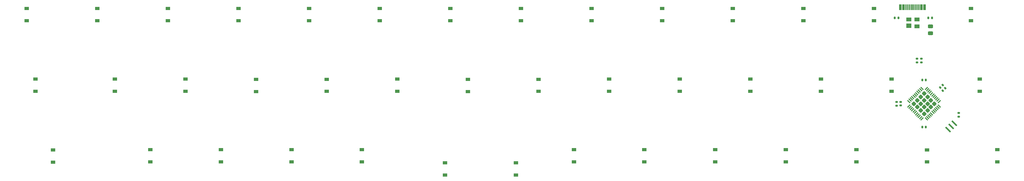
<source format=gbp>
%TF.GenerationSoftware,KiCad,Pcbnew,(5.99.0-10847-g28909c1a72)*%
%TF.CreationDate,2021-06-15T23:46:12+03:00*%
%TF.ProjectId,vanpole,76616e70-6f6c-4652-9e6b-696361645f70,rev?*%
%TF.SameCoordinates,Original*%
%TF.FileFunction,Paste,Bot*%
%TF.FilePolarity,Positive*%
%FSLAX46Y46*%
G04 Gerber Fmt 4.6, Leading zero omitted, Abs format (unit mm)*
G04 Created by KiCad (PCBNEW (5.99.0-10847-g28909c1a72)) date 2021-06-15 23:46:12*
%MOMM*%
%LPD*%
G01*
G04 APERTURE LIST*
G04 Aperture macros list*
%AMRoundRect*
0 Rectangle with rounded corners*
0 $1 Rounding radius*
0 $2 $3 $4 $5 $6 $7 $8 $9 X,Y pos of 4 corners*
0 Add a 4 corners polygon primitive as box body*
4,1,4,$2,$3,$4,$5,$6,$7,$8,$9,$2,$3,0*
0 Add four circle primitives for the rounded corners*
1,1,$1+$1,$2,$3*
1,1,$1+$1,$4,$5*
1,1,$1+$1,$6,$7*
1,1,$1+$1,$8,$9*
0 Add four rect primitives between the rounded corners*
20,1,$1+$1,$2,$3,$4,$5,0*
20,1,$1+$1,$4,$5,$6,$7,0*
20,1,$1+$1,$6,$7,$8,$9,0*
20,1,$1+$1,$8,$9,$2,$3,0*%
%AMRotRect*
0 Rectangle, with rotation*
0 The origin of the aperture is its center*
0 $1 length*
0 $2 width*
0 $3 Rotation angle, in degrees counterclockwise*
0 Add horizontal line*
21,1,$1,$2,0,0,$3*%
G04 Aperture macros list end*
%ADD10RotRect,0.400000X1.900000X45.000000*%
%ADD11RoundRect,0.062500X0.291682X0.380070X-0.380070X-0.291682X-0.291682X-0.380070X0.380070X0.291682X0*%
%ADD12RoundRect,0.062500X-0.291682X0.380070X-0.380070X0.291682X0.291682X-0.380070X0.380070X-0.291682X0*%
%ADD13RoundRect,0.250000X0.000000X0.388909X-0.388909X0.000000X0.000000X-0.388909X0.388909X0.000000X0*%
%ADD14RoundRect,0.135000X0.135000X0.185000X-0.135000X0.185000X-0.135000X-0.185000X0.135000X-0.185000X0*%
%ADD15RoundRect,0.135000X-0.135000X-0.185000X0.135000X-0.185000X0.135000X0.185000X-0.135000X0.185000X0*%
%ADD16RoundRect,0.135000X0.185000X-0.135000X0.185000X0.135000X-0.185000X0.135000X-0.185000X-0.135000X0*%
%ADD17RoundRect,0.135000X-0.185000X0.135000X-0.185000X-0.135000X0.185000X-0.135000X0.185000X0.135000X0*%
%ADD18RoundRect,0.243750X-0.456250X0.243750X-0.456250X-0.243750X0.456250X-0.243750X0.456250X0.243750X0*%
%ADD19R,1.200000X0.900000*%
%ADD20R,1.400000X1.200000*%
%ADD21R,1.400000X1.000000*%
%ADD22RoundRect,0.140000X0.021213X-0.219203X0.219203X-0.021213X-0.021213X0.219203X-0.219203X0.021213X0*%
%ADD23RoundRect,0.140000X0.170000X-0.140000X0.170000X0.140000X-0.170000X0.140000X-0.170000X-0.140000X0*%
%ADD24RoundRect,0.140000X-0.140000X-0.170000X0.140000X-0.170000X0.140000X0.170000X-0.140000X0.170000X0*%
%ADD25RoundRect,0.140000X0.140000X0.170000X-0.140000X0.170000X-0.140000X-0.170000X0.140000X-0.170000X0*%
%ADD26RoundRect,0.050000X-0.300000X-0.725000X0.300000X-0.725000X0.300000X0.725000X-0.300000X0.725000X0*%
%ADD27RoundRect,0.050000X-0.150000X-0.725000X0.150000X-0.725000X0.150000X0.725000X-0.150000X0.725000X0*%
G04 APERTURE END LIST*
D10*
%TO.C,Y1*%
X285011472Y-88138528D03*
X285860000Y-87290000D03*
X286708528Y-86441472D03*
%TD*%
D11*
%TO.C,U1*%
X279172202Y-77052264D03*
X279525755Y-77405818D03*
X279879309Y-77759371D03*
X280232862Y-78112924D03*
X280586415Y-78466478D03*
X280939969Y-78820031D03*
X281293522Y-79173585D03*
X281647076Y-79527138D03*
X282000629Y-79880691D03*
X282354182Y-80234245D03*
X282707736Y-80587798D03*
D12*
X282707736Y-81772202D03*
X282354182Y-82125755D03*
X282000629Y-82479309D03*
X281647076Y-82832862D03*
X281293522Y-83186415D03*
X280939969Y-83539969D03*
X280586415Y-83893522D03*
X280232862Y-84247076D03*
X279879309Y-84600629D03*
X279525755Y-84954182D03*
X279172202Y-85307736D03*
D11*
X277987798Y-85307736D03*
X277634245Y-84954182D03*
X277280691Y-84600629D03*
X276927138Y-84247076D03*
X276573585Y-83893522D03*
X276220031Y-83539969D03*
X275866478Y-83186415D03*
X275512924Y-82832862D03*
X275159371Y-82479309D03*
X274805818Y-82125755D03*
X274452264Y-81772202D03*
D12*
X274452264Y-80587798D03*
X274805818Y-80234245D03*
X275159371Y-79880691D03*
X275512924Y-79527138D03*
X275866478Y-79173585D03*
X276220031Y-78820031D03*
X276573585Y-78466478D03*
X276927138Y-78112924D03*
X277280691Y-77759371D03*
X277634245Y-77405818D03*
X277987798Y-77052264D03*
D13*
X278580000Y-78422284D03*
X279499239Y-79341522D03*
X280418478Y-80260761D03*
X281337716Y-81180000D03*
X277660761Y-79341522D03*
X278580000Y-80260761D03*
X279499239Y-81180000D03*
X280418478Y-82099239D03*
X276741522Y-80260761D03*
X277660761Y-81180000D03*
X278580000Y-82099239D03*
X279499239Y-83018478D03*
X275822284Y-81180000D03*
X276741522Y-82099239D03*
X277660761Y-83018478D03*
X278580000Y-83937716D03*
%TD*%
D14*
%TO.C,R_USB2*%
X271650000Y-58030000D03*
X270630000Y-58030000D03*
%TD*%
D15*
%TO.C,R_USB1*%
X279740000Y-58030000D03*
X280760000Y-58030000D03*
%TD*%
D16*
%TO.C,R_RST1*%
X287920000Y-84690000D03*
X287920000Y-83670000D03*
%TD*%
%TO.C,R_HWB1*%
X271150000Y-81690000D03*
X271150000Y-80670000D03*
%TD*%
D17*
%TO.C,R_DATA2*%
X276690000Y-69060000D03*
X276690000Y-70080000D03*
%TD*%
%TO.C,R_DATA1*%
X277830000Y-70060000D03*
X277830000Y-69040000D03*
%TD*%
D18*
%TO.C,F1*%
X280340000Y-60312500D03*
X280340000Y-62187500D03*
%TD*%
D19*
%TO.C,D43*%
X298370000Y-96900000D03*
X298370000Y-93600000D03*
%TD*%
%TO.C,D42*%
X293610000Y-77860000D03*
X293610000Y-74560000D03*
%TD*%
%TO.C,D41*%
X291230000Y-58780000D03*
X291230000Y-55480000D03*
%TD*%
%TO.C,D40*%
X279330000Y-96920000D03*
X279330000Y-93620000D03*
%TD*%
%TO.C,D39*%
X269810000Y-77860000D03*
X269810000Y-74560000D03*
%TD*%
%TO.C,D38*%
X265040000Y-58800000D03*
X265040000Y-55500000D03*
%TD*%
%TO.C,D37*%
X260280000Y-96900000D03*
X260280000Y-93600000D03*
%TD*%
%TO.C,D36*%
X250750000Y-77840000D03*
X250750000Y-74540000D03*
%TD*%
%TO.C,D35*%
X245990000Y-58770000D03*
X245990000Y-55470000D03*
%TD*%
%TO.C,D34*%
X241230000Y-96910000D03*
X241230000Y-93610000D03*
%TD*%
%TO.C,D33*%
X231700000Y-77850000D03*
X231700000Y-74550000D03*
%TD*%
%TO.C,D32*%
X226940000Y-58770000D03*
X226940000Y-55470000D03*
%TD*%
%TO.C,D31*%
X222180000Y-96870000D03*
X222180000Y-93570000D03*
%TD*%
%TO.C,D30*%
X212650000Y-77810000D03*
X212650000Y-74510000D03*
%TD*%
%TO.C,D29*%
X207890000Y-58770000D03*
X207890000Y-55470000D03*
%TD*%
%TO.C,D28*%
X203120000Y-96850000D03*
X203120000Y-93550000D03*
%TD*%
%TO.C,D27*%
X193600000Y-77850000D03*
X193600000Y-74550000D03*
%TD*%
%TO.C,D26*%
X188840000Y-58780000D03*
X188840000Y-55480000D03*
%TD*%
%TO.C,D25*%
X184080000Y-96890000D03*
X184080000Y-93590000D03*
%TD*%
%TO.C,D24*%
X174550000Y-77870000D03*
X174550000Y-74570000D03*
%TD*%
%TO.C,D23*%
X169790000Y-58770000D03*
X169790000Y-55470000D03*
%TD*%
%TO.C,D22*%
X168440000Y-100410000D03*
X168440000Y-97110000D03*
%TD*%
%TO.C,D21*%
X155500000Y-77890000D03*
X155500000Y-74590000D03*
%TD*%
%TO.C,D20*%
X150740000Y-58770000D03*
X150740000Y-55470000D03*
%TD*%
%TO.C,D19*%
X149280000Y-100430000D03*
X149280000Y-97130000D03*
%TD*%
%TO.C,D18*%
X136460000Y-77830000D03*
X136460000Y-74530000D03*
%TD*%
%TO.C,D17*%
X131690000Y-58750000D03*
X131690000Y-55450000D03*
%TD*%
%TO.C,D16*%
X126920000Y-96860000D03*
X126920000Y-93560000D03*
%TD*%
%TO.C,D15*%
X117400000Y-77870000D03*
X117400000Y-74570000D03*
%TD*%
%TO.C,D14*%
X112630000Y-58790000D03*
X112630000Y-55490000D03*
%TD*%
%TO.C,D13*%
X107880000Y-96860000D03*
X107880000Y-93560000D03*
%TD*%
%TO.C,D12*%
X98350000Y-77890000D03*
X98350000Y-74590000D03*
%TD*%
%TO.C,D11*%
X93590000Y-58790000D03*
X93590000Y-55490000D03*
%TD*%
D20*
%TO.C,D10*%
X274420000Y-60120000D03*
D21*
X274420000Y-58400000D03*
X276620000Y-58400000D03*
X276620000Y-60300000D03*
%TD*%
D19*
%TO.C,D9*%
X88830000Y-96890000D03*
X88830000Y-93590000D03*
%TD*%
%TO.C,D8*%
X79300000Y-77850000D03*
X79300000Y-74550000D03*
%TD*%
%TO.C,D7*%
X74540000Y-58800000D03*
X74540000Y-55500000D03*
%TD*%
%TO.C,D6*%
X69780000Y-96870000D03*
X69780000Y-93570000D03*
%TD*%
%TO.C,D5*%
X60250000Y-77860000D03*
X60250000Y-74560000D03*
%TD*%
%TO.C,D4*%
X55490000Y-58770000D03*
X55490000Y-55470000D03*
%TD*%
%TO.C,D3*%
X43580000Y-96950000D03*
X43580000Y-93650000D03*
%TD*%
%TO.C,D2*%
X38820000Y-77840000D03*
X38820000Y-74540000D03*
%TD*%
%TO.C,D1*%
X36440000Y-58770000D03*
X36440000Y-55470000D03*
%TD*%
D22*
%TO.C,C_UCAP1*%
X282880589Y-76839411D03*
X283559411Y-76160589D03*
%TD*%
%TO.C,C_DECOUP4*%
X283560589Y-77669411D03*
X284239411Y-76990589D03*
%TD*%
D23*
%TO.C,C_DECOUP3*%
X272240000Y-81660000D03*
X272240000Y-80700000D03*
%TD*%
D24*
%TO.C,C_DECOUP2*%
X278100000Y-87520000D03*
X279060000Y-87520000D03*
%TD*%
D25*
%TO.C,C_DECOUP1*%
X279060000Y-74820000D03*
X278100000Y-74820000D03*
%TD*%
D26*
%TO.C,USB1*%
X272206250Y-55126250D03*
X272981250Y-55126250D03*
D27*
X273681250Y-55126250D03*
X274181250Y-55126250D03*
X274681250Y-55126250D03*
X275181250Y-55126250D03*
X275681250Y-55126250D03*
X276181250Y-55126250D03*
X276681250Y-55126250D03*
X277181250Y-55126250D03*
D26*
X277881250Y-55126250D03*
X278656250Y-55126250D03*
%TD*%
M02*

</source>
